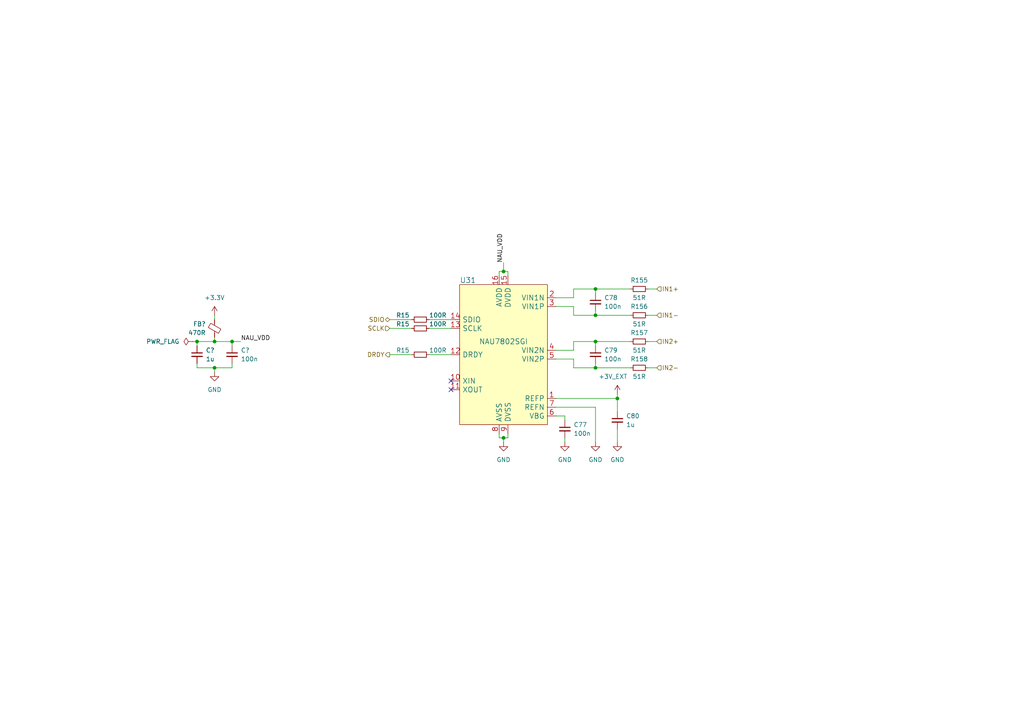
<source format=kicad_sch>
(kicad_sch (version 20230121) (generator eeschema)
  (paper "A4")
  (title_block (title "Suspension Load Cells") (date "2023-10-01") (rev "${REVISION}") (company "Author: I. Kajdan") (comment 1 "Reviewer:"))
  (lib_symbols
    (symbol "Device:C_Small" (pin_numbers hide) (pin_names (offset 0.254) hide)
      (property "Reference" "C" (at 0.254 1.778 0))
      (property "Value" "C_Small" (at 0.254 -2.032 0))
      (symbol "C_Small_0_1"
        (polyline (pts (xy -1.524 -0.508) (xy 1.524 -0.508)) (stroke (width 0.3302)))
        (polyline (pts (xy -1.524 0.508) (xy 1.524 0.508)) (stroke (width 0.3048)))
      )
      (symbol "C_Small_1_1"
        (pin passive line (at 0 2.54 270) (length 2.032) (name "~") (number "1"))
        (pin passive line (at 0 -2.54 90) (length 2.032) (name "~") (number "2"))
      )
    )
    (symbol "Device:FerriteBead_Small" (pin_numbers hide) (pin_names (offset 0))
      (property "Reference" "FB" (at 1.905 1.27 0))
      (property "Value" "FerriteBead_Small" (at 1.905 -1.27 0))
      (symbol "FerriteBead_Small_0_1"
        (polyline (pts (xy 0 -1.27) (xy 0 -0.7874)))
        (polyline (pts (xy 0 0.889) (xy 0 1.2954)))
        (polyline (pts (xy -1.8288 0.2794) (xy -1.1176 1.4986) (xy 1.8288 -0.2032) (xy 1.1176 -1.4224) (xy -1.8288 0.2794)))
      )
      (symbol "FerriteBead_Small_1_1"
        (pin passive line (at 0 2.54 270) (length 1.27) (name "~") (number "1"))
        (pin passive line (at 0 -2.54 90) (length 1.27) (name "~") (number "2"))
      )
    )
    (symbol "Device:R_Small" (pin_numbers hide) (pin_names (offset 0.254) hide)
      (property "Reference" "R" (at 0.762 0.508 0))
      (property "Value" "R_Small" (at 0.762 -1.016 0))
      (symbol "R_Small_0_1"
        (rectangle (start -0.762 1.778) (end 0.762 -1.778) (stroke (width 0.2032)))
      )
      (symbol "R_Small_1_1"
        (pin passive line (at 0 2.54 270) (length 0.762) (name "~") (number "1"))
        (pin passive line (at 0 -2.54 90) (length 0.762) (name "~") (number "2"))
      )
    )
    (symbol "NAU7802SGI:NAU7802SGI" (pin_names (offset 0.762))
      (property "Reference" "U" (at -13.0949 21.59 0))
      (property "Value" "NAU7802SGI" (at 0.8751 3.81 0))
      (symbol "NAU7802SGI_1_1"
        (rectangle (start -12.7 20.32) (end 12.7 -20.32) (fill (type background)))
        (pin input line (at 15.24 -12.7 180) (length 2.54) (name "REFP") (number "1"))
        (pin input line (at -15.24 -7.62 0) (length 2.54) (name "XIN") (number "10"))
        (pin output line (at -15.24 -10.16 0) (length 2.54) (name "XOUT") (number "11"))
        (pin output line (at -15.24 0 0) (length 2.54) (name "DRDY") (number "12"))
        (pin input line (at -15.24 7.62 0) (length 2.54) (name "SCLK") (number "13"))
        (pin bidirectional line (at -15.24 10.16 0) (length 2.54) (name "SDIO") (number "14"))
        (pin power_in line (at 1.27 22.86 270) (length 2.54) (name "DVDD") (number "15"))
        (pin power_in line (at -1.27 22.86 270) (length 2.54) (name "AVDD") (number "16"))
        (pin input line (at 15.24 16.51 180) (length 2.54) (name "VIN1N") (number "2"))
        (pin input line (at 15.24 13.97 180) (length 2.54) (name "VIN1P") (number "3"))
        (pin input line (at 15.24 1.27 180) (length 2.54) (name "VIN2N") (number "4"))
        (pin input line (at 15.24 -1.27 180) (length 2.54) (name "VIN2P") (number "5"))
        (pin output line (at 15.24 -17.78 180) (length 2.54) (name "VBG") (number "6"))
        (pin input line (at 15.24 -15.24 180) (length 2.54) (name "REFN") (number "7"))
        (pin power_in line (at -1.27 -22.86 90) (length 2.54) (name "AVSS") (number "8"))
        (pin power_in line (at 1.27 -22.86 90) (length 2.54) (name "DVSS") (number "9"))
      )
    )
    (symbol "Power_Ports:+3V_EXT" (power) (pin_names (offset 0))
      (property "Value" "+3V_EXT" (at 0 5.08 0))
      (symbol "+3V_EXT_0_1"
        (polyline (pts (xy -0.762 1.27) (xy 0 2.54)))
        (polyline (pts (xy 0 0) (xy 0 2.54)))
        (polyline (pts (xy 0 2.54) (xy 0.762 1.27)))
      )
      (symbol "+3V_EXT_1_1"
        (pin power_in line (at 0 0 90) (length 0) hide (name "+3V_EXT") (number "1"))
      )
    )
    (symbol "power:+3.3V" (power) (pin_names (offset 0))
      (property "Value" "+3.3V" (at 0 3.556 0))
      (symbol "+3.3V_0_1"
        (polyline (pts (xy -0.762 1.27) (xy 0 2.54)))
        (polyline (pts (xy 0 0) (xy 0 2.54)))
        (polyline (pts (xy 0 2.54) (xy 0.762 1.27)))
      )
      (symbol "+3.3V_1_1"
        (pin power_in line (at 0 0 90) (length 0) hide (name "+3.3V") (number "1"))
      )
    )
    (symbol "power:GND" (power) (pin_names (offset 0))
      (property "Value" "GND" (at 0 -3.81 0))
      (symbol "GND_0_1"
        (polyline (pts (xy 0 0) (xy 0 -1.27) (xy 1.27 -1.27) (xy 0 -2.54) (xy -1.27 -1.27) (xy 0 -1.27)))
      )
      (symbol "GND_1_1"
        (pin power_in line (at 0 0 270) (length 0) hide (name "GND") (number "1"))
      )
    )
    (symbol "power:PWR_FLAG" (power) (pin_numbers hide) (pin_names (offset 0) hide)
      (property "Value" "PWR_FLAG" (at 0 3.81 0))
      (symbol "PWR_FLAG_0_0"
        (pin power_out line (at 0 0 90) (length 0) (name "pwr") (number "1"))
      )
      (symbol "PWR_FLAG_0_1"
        (polyline (pts (xy 0 0) (xy 0 1.27) (xy -1.016 1.905) (xy 0 2.54) (xy 1.016 1.905) (xy 0 1.27)))
      )
    )
  )
  (junction (at 172.72 106.68))
  (junction (at 172.72 99.06))
  (junction (at 146.05 78.74))
  (junction (at 146.05 127))
  (junction (at 62.23 106.68))
  (junction (at 62.23 99.06))
  (junction (at 179.07 115.57))
  (junction (at 57.15 99.06))
  (junction (at 172.72 83.82))
  (junction (at 67.31 99.06))
  (junction (at 172.72 91.44))
  (no_connect (at 130.81 110.49))
  (no_connect (at 130.81 113.03))
  (wire (pts (xy 57.15 99.06) (xy 62.23 99.06)))
  (wire (pts (xy 62.23 106.68) (xy 67.31 106.68)))
  (wire (pts (xy 144.78 78.74) (xy 146.05 78.74)))
  (wire (pts (xy 146.05 127) (xy 147.32 127)))
  (wire (pts (xy 166.37 88.9) (xy 166.37 91.44)))
  (wire (pts (xy 172.72 85.09) (xy 172.72 83.82)))
  (wire (pts (xy 166.37 106.68) (xy 172.72 106.68)))
  (wire (pts (xy 67.31 99.06) (xy 67.31 100.33)))
  (wire (pts (xy 166.37 101.6) (xy 166.37 99.06)))
  (wire (pts (xy 187.96 106.68) (xy 190.5 106.68)))
  (wire (pts (xy 187.96 99.06) (xy 190.5 99.06)))
  (wire (pts (xy 55.88 99.06) (xy 57.15 99.06)))
  (wire (pts (xy 163.83 120.65) (xy 163.83 121.92)))
  (wire (pts (xy 124.46 102.87) (xy 130.81 102.87)))
  (wire (pts (xy 172.72 83.82) (xy 182.88 83.82)))
  (wire (pts (xy 172.72 100.33) (xy 172.72 99.06)))
  (wire (pts (xy 161.29 101.6) (xy 166.37 101.6)))
  (wire (pts (xy 144.78 125.73) (xy 144.78 127)))
  (wire (pts (xy 161.29 118.11) (xy 172.72 118.11)))
  (wire (pts (xy 113.03 102.87) (xy 119.38 102.87)))
  (wire (pts (xy 166.37 106.68) (xy 166.37 104.14)))
  (wire (pts (xy 147.32 80.01) (xy 147.32 78.74)))
  (wire (pts (xy 187.96 83.82) (xy 190.5 83.82)))
  (wire (pts (xy 124.46 92.71) (xy 130.81 92.71)))
  (wire (pts (xy 62.23 91.44) (xy 62.23 92.71)))
  (wire (pts (xy 179.07 124.46) (xy 179.07 128.27)))
  (wire (pts (xy 166.37 88.9) (xy 161.29 88.9)))
  (wire (pts (xy 124.46 95.25) (xy 130.81 95.25)))
  (wire (pts (xy 113.03 92.71) (xy 119.38 92.71)))
  (wire (pts (xy 62.23 99.06) (xy 67.31 99.06)))
  (wire (pts (xy 62.23 107.95) (xy 62.23 106.68)))
  (wire (pts (xy 146.05 127) (xy 146.05 128.27)))
  (wire (pts (xy 146.05 78.74) (xy 147.32 78.74)))
  (wire (pts (xy 172.72 99.06) (xy 182.88 99.06)))
  (wire (pts (xy 57.15 106.68) (xy 57.15 105.41)))
  (wire (pts (xy 161.29 120.65) (xy 163.83 120.65)))
  (wire (pts (xy 144.78 127) (xy 146.05 127)))
  (wire (pts (xy 113.03 95.25) (xy 119.38 95.25)))
  (wire (pts (xy 172.72 105.41) (xy 172.72 106.68)))
  (wire (pts (xy 62.23 97.79) (xy 62.23 99.06)))
  (wire (pts (xy 172.72 91.44) (xy 182.88 91.44)))
  (wire (pts (xy 67.31 105.41) (xy 67.31 106.68)))
  (wire (pts (xy 146.05 76.2) (xy 146.05 78.74)))
  (wire (pts (xy 172.72 118.11) (xy 172.72 128.27)))
  (wire (pts (xy 57.15 99.06) (xy 57.15 100.33)))
  (wire (pts (xy 166.37 83.82) (xy 172.72 83.82)))
  (wire (pts (xy 161.29 115.57) (xy 179.07 115.57)))
  (wire (pts (xy 179.07 115.57) (xy 179.07 119.38)))
  (wire (pts (xy 187.96 91.44) (xy 190.5 91.44)))
  (wire (pts (xy 67.31 99.06) (xy 69.85 99.06)))
  (wire (pts (xy 166.37 86.36) (xy 166.37 83.82)))
  (wire (pts (xy 163.83 127) (xy 163.83 128.27)))
  (wire (pts (xy 166.37 91.44) (xy 172.72 91.44)))
  (wire (pts (xy 144.78 80.01) (xy 144.78 78.74)))
  (wire (pts (xy 147.32 127) (xy 147.32 125.73)))
  (wire (pts (xy 172.72 90.17) (xy 172.72 91.44)))
  (wire (pts (xy 166.37 104.14) (xy 161.29 104.14)))
  (wire (pts (xy 172.72 106.68) (xy 182.88 106.68)))
  (wire (pts (xy 161.29 86.36) (xy 166.37 86.36)))
  (wire (pts (xy 179.07 114.3) (xy 179.07 115.57)))
  (wire (pts (xy 57.15 106.68) (xy 62.23 106.68)))
  (wire (pts (xy 166.37 99.06) (xy 172.72 99.06)))
  (label "NAU_VDD" (at 69.85 99.06 0))
  (label "NAU_VDD" (at 146.05 76.2 90))
  (hierarchical_label "IN2+" (shape input) (at 190.5 99.06 0))
  (hierarchical_label "IN1-" (shape input) (at 190.5 91.44 0))
  (hierarchical_label "IN2-" (shape input) (at 190.5 106.68 0))
  (hierarchical_label "SCLK" (shape input) (at 113.03 95.25 180))
  (hierarchical_label "DRDY" (shape output) (at 113.03 102.87 180))
  (hierarchical_label "IN1+" (shape input) (at 190.5 83.82 0))
  (hierarchical_label "SDIO" (shape bidirectional) (at 113.03 92.71 180))
  (symbol (lib_id "Device:C_Small") (at 67.31 102.87 0) (unit 1)
    (property "Reference" "C?" (at 69.85 101.6 0) (effects (justify left)))
    (property "Value" "100n" (at 69.85 104.14 0) (effects (justify left)))
    (property "Footprint" "Capacitor_SMD:C_0603_1608Metric" (effects hide))
    (instances (project "rearbox" (path "" (reference "C?") (unit 1)) (path "" (reference "C28") (unit 1)) (path "" (reference "C30") (unit 1)) (path "" (reference "C76") (unit 1))))
  )
  (symbol (lib_id "Device:R_Small") (at 185.42 83.82 90) (unit 1)
    (property "Reference" "R155" (at 185.42 81.28 90))
    (property "Value" "51R" (at 185.42 86.36 90))
    (property "Footprint" "Resistor_SMD:R_0603_1608Metric" (effects hide))
    (instances (project "rearbox" (path "" (reference "R155") (unit 1))) (project "suspension_tension_meter" (path "" (reference "R9") (unit 1))))
  )
  (symbol (lib_id "Device:R_Small") (at 185.42 99.06 90) (unit 1)
    (property "Reference" "R157" (at 185.42 96.52 90))
    (property "Value" "51R" (at 185.42 101.6 90))
    (property "Footprint" "Resistor_SMD:R_0603_1608Metric" (effects hide))
    (instances (project "rearbox" (path "" (reference "R157") (unit 1))) (project "suspension_tension_meter" (path "" (reference "R9") (unit 1))))
  )
  (symbol (lib_id "Device:R_Small") (at 185.42 106.68 90) (unit 1)
    (property "Reference" "R158" (at 185.42 104.14 90))
    (property "Value" "51R" (at 185.42 109.22 90))
    (property "Footprint" "Resistor_SMD:R_0603_1608Metric" (effects hide))
    (instances (project "rearbox" (path "" (reference "R158") (unit 1))) (project "suspension_tension_meter" (path "" (reference "R10") (unit 1))))
  )
  (symbol (lib_id "NAU7802SGI:NAU7802SGI") (at 146.05 102.87 0) (unit 1)
    (property "Reference" "U31" (at 133.35 81.28 0) (effects (font (size 1.524 1.524)) (justify left)))
    (property "Value" "NAU7802SGI" (at 146.05 99.06 0) (effects (font (size 1.524 1.524))))
    (property "Footprint" "Package_SO:SOIC-16_3.9x9.9mm_P1.27mm" (effects hide))
    (property "Datasheet" "https://www.nuvoton.com/resource-files/NAU7802%20Data%20Sheet%20V1.7.pdf" (effects hide))
  )
  (symbol (lib_id "power:+3.3V") (at 62.23 91.44 0) (unit 1)
    (property "Reference" "#PWR012" (effects hide))
    (property "Value" "+3.3V" (at 62.23 86.36 0))
    (instances (project "rearbox" (path "" (reference "#PWR012") (unit 1)) (path "" (reference "#PWR0245") (unit 1))))
  )
  (symbol (lib_id "Device:R_Small") (at 121.92 102.87 90) (mirror x) (unit 1)
    (property "Reference" "R15" (at 116.84 101.6 90))
    (property "Value" "100R" (at 127 101.6 90))
    (property "Footprint" "Resistor_SMD:R_0603_1608Metric" (effects hide))
    (instances (project "rearbox" (path "" (reference "R15") (unit 1)) (path "" (reference "R151") (unit 1)) (path "" (reference "R154") (unit 1))))
  )
  (symbol (lib_id "power:GND") (at 172.72 128.27 0) (unit 1)
    (property "Reference" "#PWR0249" (effects hide))
    (property "Value" "GND" (at 172.72 133.35 0))
    (instances (project "rearbox" (path "" (reference "#PWR0249") (unit 1))) (project "suspension_tension_meter" (path "" (reference "#PWR038") (unit 1))))
  )
  (symbol (lib_id "Device:R_Small") (at 121.92 92.71 90) (mirror x) (unit 1)
    (property "Reference" "R15" (at 116.84 91.44 90))
    (property "Value" "100R" (at 127 91.44 90))
    (property "Footprint" "Resistor_SMD:R_0603_1608Metric" (effects hide))
    (instances (project "rearbox" (path "" (reference "R15") (unit 1)) (path "" (reference "R151") (unit 1)) (path "" (reference "R152") (unit 1))))
  )
  (symbol (lib_id "power:GND") (at 179.07 128.27 0) (unit 1)
    (property "Reference" "#PWR0251" (effects hide))
    (property "Value" "GND" (at 179.07 133.35 0))
    (instances (project "rearbox" (path "" (reference "#PWR0251") (unit 1))) (project "suspension_tension_meter" (path "" (reference "#PWR039") (unit 1))))
  )
  (symbol (lib_id "power:GND") (at 62.23 107.95 0) (unit 1)
    (property "Reference" "#PWR?" (effects hide))
    (property "Value" "GND" (at 62.23 113.03 0))
    (instances (project "rearbox" (path "" (reference "#PWR?") (unit 1)) (path "" (reference "#PWR059") (unit 1)) (path "" (reference "#PWR065") (unit 1)) (path "" (reference "#PWR0246") (unit 1))))
  )
  (symbol (lib_id "Device:C_Small") (at 57.15 102.87 0) (unit 1)
    (property "Reference" "C?" (at 59.69 101.6 0) (effects (justify left)))
    (property "Value" "1u" (at 59.69 104.14 0) (effects (justify left)))
    (property "Footprint" "Capacitor_SMD:C_0603_1608Metric" (effects hide))
    (instances (project "rearbox" (path "" (reference "C?") (unit 1)) (path "" (reference "C28") (unit 1)) (path "" (reference "C30") (unit 1)) (path "" (reference "C75") (unit 1))))
  )
  (symbol (lib_id "Device:C_Small") (at 172.72 102.87 0) (unit 1)
    (property "Reference" "C79" (at 175.26 101.6062 0) (effects (justify left)))
    (property "Value" "100n" (at 175.26 104.1462 0) (effects (justify left)))
    (property "Footprint" "Capacitor_SMD:C_0603_1608Metric" (effects hide))
    (instances (project "rearbox" (path "" (reference "C79") (unit 1))) (project "suspension_tension_meter" (path "" (reference "C18") (unit 1))))
  )
  (symbol (lib_id "power:PWR_FLAG") (at 55.88 99.06 90) (unit 1)
    (property "Reference" "#FLG012" (effects hide))
    (property "Value" "PWR_FLAG" (at 52.07 99.06 90) (effects (justify left)))
    (instances (project "rearbox" (path "" (reference "#FLG012") (unit 1)) (path "" (reference "#FLG010") (unit 1)) (path "" (reference "#FLG016") (unit 1))))
  )
  (symbol (lib_id "Device:C_Small") (at 163.83 124.46 0) (unit 1)
    (property "Reference" "C77" (at 166.37 123.1962 0) (effects (justify left)))
    (property "Value" "100n" (at 166.37 125.7362 0) (effects (justify left)))
    (property "Footprint" "Capacitor_SMD:C_0603_1608Metric" (effects hide))
    (instances (project "rearbox" (path "" (reference "C77") (unit 1))) (project "suspension_tension_meter" (path "" (reference "C21") (unit 1))))
  )
  (symbol (lib_id "Device:C_Small") (at 179.07 121.92 0) (unit 1)
    (property "Reference" "C80" (at 181.61 120.65 0) (effects (justify left)))
    (property "Value" "1u" (at 181.61 123.19 0) (effects (justify left)))
    (property "Footprint" "Capacitor_SMD:C_0603_1608Metric" (effects hide))
    (instances (project "rearbox" (path "" (reference "C80") (unit 1))) (project "suspension_tension_meter" (path "" (reference "C20") (unit 1))))
  )
  (symbol (lib_id "Device:FerriteBead_Small") (at 62.23 95.25 0) (unit 1)
    (property "Reference" "FB?" (at 59.69 93.98 0) (effects (justify right)))
    (property "Value" "470R" (at 59.69 96.52 0) (effects (justify right)))
    (property "Footprint" "Inductor_SMD:L_0603_1608Metric" (effects hide))
    (instances (project "rearbox" (path "" (reference "FB?") (unit 1)) (path "" (reference "FB3") (unit 1)) (path "" (reference "FB5") (unit 1)) (path "" (reference "FB7") (unit 1))))
  )
  (symbol (lib_id "Device:R_Small") (at 185.42 91.44 90) (unit 1)
    (property "Reference" "R156" (at 185.42 88.9 90))
    (property "Value" "51R" (at 185.42 93.98 90))
    (property "Footprint" "Resistor_SMD:R_0603_1608Metric" (effects hide))
    (instances (project "rearbox" (path "" (reference "R156") (unit 1))) (project "suspension_tension_meter" (path "" (reference "R10") (unit 1))))
  )
  (symbol (lib_id "power:GND") (at 163.83 128.27 0) (unit 1)
    (property "Reference" "#PWR0248" (effects hide))
    (property "Value" "GND" (at 163.83 133.35 0))
    (instances (project "rearbox" (path "" (reference "#PWR0248") (unit 1))) (project "suspension_tension_meter" (path "" (reference "#PWR037") (unit 1))))
  )
  (symbol (lib_id "power:GND") (at 146.05 128.27 0) (unit 1)
    (property "Reference" "#PWR?" (effects hide))
    (property "Value" "GND" (at 146.05 133.35 0))
    (instances (project "rearbox" (path "" (reference "#PWR?") (unit 1)) (path "" (reference "#PWR0107") (unit 1)) (path "" (reference "#PWR0247") (unit 1))))
  )
  (symbol (lib_id "Device:R_Small") (at 121.92 95.25 90) (mirror x) (unit 1)
    (property "Reference" "R15" (at 116.84 93.98 90))
    (property "Value" "100R" (at 127 93.98 90))
    (property "Footprint" "Resistor_SMD:R_0603_1608Metric" (effects hide))
    (instances (project "rearbox" (path "" (reference "R15") (unit 1)) (path "" (reference "R151") (unit 1)) (path "" (reference "R153") (unit 1))))
  )
  (symbol (lib_id "Power_Ports:+3V_EXT") (at 179.07 114.3 0) (unit 1)
    (property "Reference" "PWR01" (effects hide))
    (property "Value" "+3V_EXT" (at 177.8 109.22 0))
    (instances (project "rearbox" (path "" (reference "PWR01") (unit 1)) (path "" (reference "#PWR0250") (unit 1))))
  )
  (symbol (lib_id "Device:C_Small") (at 172.72 87.63 0) (unit 1)
    (property "Reference" "C78" (at 175.26 86.3662 0) (effects (justify left)))
    (property "Value" "100n" (at 175.26 88.9062 0) (effects (justify left)))
    (property "Footprint" "Capacitor_SMD:C_0603_1608Metric" (effects hide))
    (instances (project "rearbox" (path "" (reference "C78") (unit 1))) (project "suspension_tension_meter" (path "" (reference "C18") (unit 1))))
  )
)
</source>
